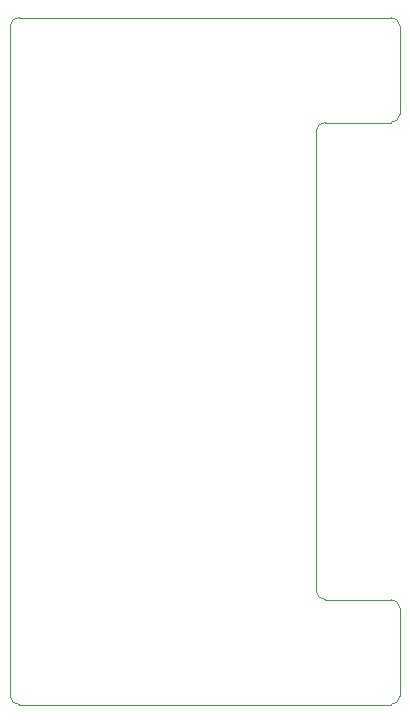
<source format=gm1>
%TF.GenerationSoftware,KiCad,Pcbnew,8.0.4*%
%TF.CreationDate,2024-09-05T09:17:28+05:30*%
%TF.ProjectId,BreadBoard_PowerSupply,42726561-6442-46f6-9172-645f506f7765,1*%
%TF.SameCoordinates,Original*%
%TF.FileFunction,Profile,NP*%
%FSLAX46Y46*%
G04 Gerber Fmt 4.6, Leading zero omitted, Abs format (unit mm)*
G04 Created by KiCad (PCBNEW 8.0.4) date 2024-09-05 09:17:28*
%MOMM*%
%LPD*%
G01*
G04 APERTURE LIST*
%TA.AperFunction,Profile*%
%ADD10C,0.050000*%
%TD*%
G04 APERTURE END LIST*
D10*
X177800000Y-114300000D02*
X177800000Y-79121000D01*
X151892000Y-66548000D02*
G75*
G02*
X152654000Y-65786000I762000J0D01*
G01*
X184912000Y-73914000D02*
X184912000Y-72898000D01*
X184912000Y-116840000D02*
X184912000Y-115824000D01*
X184912000Y-73914000D02*
G75*
G02*
X184150000Y-74676000I-762000J0D01*
G01*
X157988000Y-65786000D02*
X152654000Y-65786000D01*
X184912000Y-123190000D02*
G75*
G02*
X184150000Y-123952000I-762000J0D01*
G01*
X184912000Y-123190000D02*
X184912000Y-116840000D01*
X184150000Y-65786000D02*
G75*
G02*
X184912000Y-66548000I0J-762000D01*
G01*
X184150000Y-115062000D02*
G75*
G02*
X184912000Y-115824000I0J-762000D01*
G01*
X180594000Y-74676000D02*
X184150000Y-74676000D01*
X152654000Y-123952000D02*
X184150000Y-123952000D01*
X177800000Y-79121000D02*
X177800000Y-75438000D01*
X184150000Y-65786000D02*
X157988000Y-65786000D01*
X178562000Y-115062000D02*
G75*
G02*
X177800000Y-114300000I0J762000D01*
G01*
X178562000Y-74676000D02*
X180594000Y-74676000D01*
X151892000Y-66548000D02*
X151892000Y-123190000D01*
X180848000Y-115062000D02*
X178562000Y-115062000D01*
X184150000Y-115062000D02*
X180848000Y-115062000D01*
X177800000Y-75438000D02*
G75*
G02*
X178562000Y-74676000I762000J0D01*
G01*
X152654000Y-123952000D02*
G75*
G02*
X151892000Y-123190000I0J762000D01*
G01*
X184912000Y-66548000D02*
X184912000Y-72898000D01*
M02*

</source>
